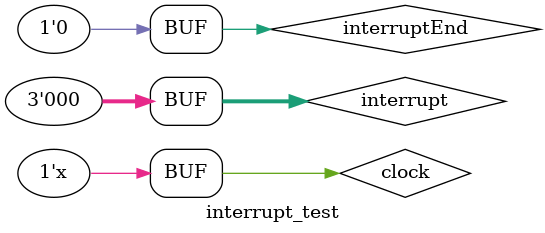
<source format=v>
`timescale 1ns / 1ps


module interrupt_test();
    reg clock = 0;
    reg[2: 0] interrupt = 0;         // 3 bits, 3 interrupts
    reg interruptEnd = 0;
    wire [2: 0] interruptOut;
    wire interrupted;
    wire interruptReturned;

    Interrupt interrupt_test(
        .clock(clock),
        .interrupt(interrupt),         // 3 bits, 3 interrupts
        .interruptEnd(interruptEnd),
        .interruptOut(interruptOut),
        .interrupted(interrupted),
        .interruptReturned(interruptReturned)
    );

    always #5 clock = !clock;

    initial begin
        #3 interrupt = 3'b001;
        #10 interrupt = 3'b000;

        #20 interrupt = 3'b010;
        #10 interrupt = 3'b000;

        #20 interrupt = 3'b100;
        #10 interrupt = 3'b000;

        #30 interruptEnd = 1;
        #10 interruptEnd = 0;

        #30 interruptEnd = 1;
        #10 interruptEnd = 0;

        #30 interruptEnd = 1;
        #10 interruptEnd = 0;


        #30 interrupt = 3'b010;
        #10 interrupt = 3'b000;

        #20 interrupt = 3'b100;
        #10 interrupt = 3'b000;

        #20 interrupt = 3'b001;
        #10 interrupt = 3'b000;

        #30 interruptEnd = 1;
        #10 interruptEnd = 0;

        #30 interruptEnd = 1;
        #10 interruptEnd = 0;

        #30 interruptEnd = 1;
        #10 interruptEnd = 0;
    end
endmodule

</source>
